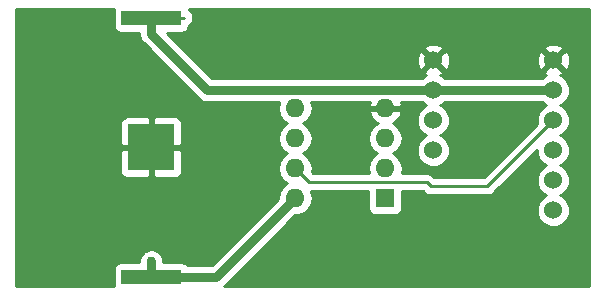
<source format=gbl>
G04 #@! TF.GenerationSoftware,KiCad,Pcbnew,(5.0.1)-4*
G04 #@! TF.CreationDate,2018-11-25T15:42:11+01:00*
G04 #@! TF.ProjectId,LoRa Environmental Sensors,4C6F526120456E7669726F6E6D656E74,01*
G04 #@! TF.SameCoordinates,Original*
G04 #@! TF.FileFunction,Copper,L2,Bot,Signal*
G04 #@! TF.FilePolarity,Positive*
%FSLAX46Y46*%
G04 Gerber Fmt 4.6, Leading zero omitted, Abs format (unit mm)*
G04 Created by KiCad (PCBNEW (5.0.1)-4) date 25.11.2018 15:42:11*
%MOMM*%
%LPD*%
G01*
G04 APERTURE LIST*
G04 #@! TA.AperFunction,SMDPad,CuDef*
%ADD10R,3.960000X3.960000*%
G04 #@! TD*
G04 #@! TA.AperFunction,SMDPad,CuDef*
%ADD11R,5.080000X1.270000*%
G04 #@! TD*
G04 #@! TA.AperFunction,ComponentPad*
%ADD12R,1.600000X1.600000*%
G04 #@! TD*
G04 #@! TA.AperFunction,ComponentPad*
%ADD13O,1.600000X1.600000*%
G04 #@! TD*
G04 #@! TA.AperFunction,ComponentPad*
%ADD14C,1.524000*%
G04 #@! TD*
G04 #@! TA.AperFunction,ViaPad*
%ADD15C,0.762000*%
G04 #@! TD*
G04 #@! TA.AperFunction,Conductor*
%ADD16C,0.254000*%
G04 #@! TD*
G04 #@! TA.AperFunction,Conductor*
%ADD17C,0.762000*%
G04 #@! TD*
G04 APERTURE END LIST*
D10*
G04 #@! TO.P,BT1,2*
G04 #@! TO.N,GND*
X140335000Y-77470000D03*
D11*
G04 #@! TO.P,BT1,1*
G04 #@! TO.N,VCC*
X140335000Y-66485000D03*
X140335000Y-88455000D03*
G04 #@! TD*
D12*
G04 #@! TO.P,U2,1*
G04 #@! TO.N,Net-(U2-Pad1)*
X160147000Y-81788000D03*
D13*
G04 #@! TO.P,U2,5*
G04 #@! TO.N,/MISO*
X152527000Y-74168000D03*
G04 #@! TO.P,U2,2*
G04 #@! TO.N,/CS*
X160147000Y-79248000D03*
G04 #@! TO.P,U2,6*
G04 #@! TO.N,/MOSI*
X152527000Y-76708000D03*
G04 #@! TO.P,U2,3*
G04 #@! TO.N,/NSS*
X160147000Y-76708000D03*
G04 #@! TO.P,U2,7*
G04 #@! TO.N,/SCK*
X152527000Y-79248000D03*
G04 #@! TO.P,U2,4*
G04 #@! TO.N,GND*
X160147000Y-74168000D03*
G04 #@! TO.P,U2,8*
G04 #@! TO.N,VCC*
X152527000Y-81788000D03*
G04 #@! TD*
D14*
G04 #@! TO.P,U1,1*
G04 #@! TO.N,GND*
X164211000Y-70104000D03*
G04 #@! TO.P,U1,2*
G04 #@! TO.N,VCC*
X164211000Y-72644000D03*
G04 #@! TO.P,U1,3*
G04 #@! TO.N,Net-(U1-Pad3)*
X164211000Y-75184000D03*
G04 #@! TO.P,U1,4*
G04 #@! TO.N,Net-(U1-Pad4)*
X164211000Y-77724000D03*
G04 #@! TO.P,U1,6*
G04 #@! TO.N,VCC*
X174371000Y-72644000D03*
G04 #@! TO.P,U1,7*
G04 #@! TO.N,/SCK*
X174371000Y-75184000D03*
G04 #@! TO.P,U1,8*
G04 #@! TO.N,/MISO*
X174371000Y-77724000D03*
G04 #@! TO.P,U1,9*
G04 #@! TO.N,/MOSI*
X174371000Y-80264000D03*
G04 #@! TO.P,U1,10*
G04 #@! TO.N,/CS*
X174371000Y-82804000D03*
G04 #@! TO.P,U1,5*
G04 #@! TO.N,GND*
X174371000Y-70104000D03*
G04 #@! TD*
D15*
G04 #@! TO.N,GND*
X134366000Y-83058000D03*
X132334000Y-72263000D03*
X149606000Y-69596000D03*
X152019000Y-85852000D03*
X148336000Y-82550000D03*
X168148000Y-78486000D03*
X168148000Y-82804000D03*
G04 #@! TO.N,VCC*
X140335000Y-87122000D03*
G04 #@! TD*
D16*
G04 #@! TO.N,VCC*
X143129000Y-66485000D02*
X140335000Y-66485000D01*
D17*
X174371000Y-72644000D02*
X164211000Y-72644000D01*
X140335000Y-67882000D02*
X140335000Y-66485000D01*
X145097000Y-72644000D02*
X140335000Y-67882000D01*
X164211000Y-72644000D02*
X145097000Y-72644000D01*
X145860000Y-88455000D02*
X152527000Y-81788000D01*
X140335000Y-88455000D02*
X145860000Y-88455000D01*
X140335000Y-87122000D02*
X140335000Y-88455000D01*
D16*
G04 #@! TO.N,/SCK*
X173609001Y-75945999D02*
X174371000Y-75184000D01*
X168782991Y-80772009D02*
X173609001Y-75945999D01*
X164000575Y-80772009D02*
X168782991Y-80772009D01*
X163657567Y-80429001D02*
X164000575Y-80772009D01*
X153708001Y-80429001D02*
X163657567Y-80429001D01*
X152527000Y-79248000D02*
X153708001Y-80429001D01*
G04 #@! TD*
G04 #@! TO.N,GND*
G36*
X177408001Y-89249000D02*
X146500446Y-89249000D01*
X146592495Y-89187495D01*
X146649180Y-89102660D01*
X152528841Y-83223000D01*
X152668333Y-83223000D01*
X153086909Y-83139740D01*
X153561577Y-82822577D01*
X153878740Y-82347909D01*
X153990113Y-81788000D01*
X153878740Y-81228091D01*
X153853957Y-81191001D01*
X158699560Y-81191001D01*
X158699560Y-82588000D01*
X158748843Y-82835765D01*
X158889191Y-83045809D01*
X159099235Y-83186157D01*
X159347000Y-83235440D01*
X160947000Y-83235440D01*
X161194765Y-83186157D01*
X161404809Y-83045809D01*
X161545157Y-82835765D01*
X161594440Y-82588000D01*
X161594440Y-81191001D01*
X163341937Y-81191001D01*
X163408691Y-81257755D01*
X163451204Y-81321380D01*
X163703258Y-81489797D01*
X163925527Y-81534009D01*
X163925528Y-81534009D01*
X164000575Y-81548937D01*
X164075622Y-81534009D01*
X168707948Y-81534009D01*
X168782991Y-81548936D01*
X168858034Y-81534009D01*
X168858039Y-81534009D01*
X169080308Y-81489797D01*
X169332362Y-81321380D01*
X169374874Y-81257756D01*
X172974000Y-77658631D01*
X172974000Y-78001881D01*
X173186680Y-78515337D01*
X173579663Y-78908320D01*
X173786513Y-78994000D01*
X173579663Y-79079680D01*
X173186680Y-79472663D01*
X172974000Y-79986119D01*
X172974000Y-80541881D01*
X173186680Y-81055337D01*
X173579663Y-81448320D01*
X173786513Y-81534000D01*
X173579663Y-81619680D01*
X173186680Y-82012663D01*
X172974000Y-82526119D01*
X172974000Y-83081881D01*
X173186680Y-83595337D01*
X173579663Y-83988320D01*
X174093119Y-84201000D01*
X174648881Y-84201000D01*
X175162337Y-83988320D01*
X175555320Y-83595337D01*
X175768000Y-83081881D01*
X175768000Y-82526119D01*
X175555320Y-82012663D01*
X175162337Y-81619680D01*
X174955487Y-81534000D01*
X175162337Y-81448320D01*
X175555320Y-81055337D01*
X175768000Y-80541881D01*
X175768000Y-79986119D01*
X175555320Y-79472663D01*
X175162337Y-79079680D01*
X174955487Y-78994000D01*
X175162337Y-78908320D01*
X175555320Y-78515337D01*
X175768000Y-78001881D01*
X175768000Y-77446119D01*
X175555320Y-76932663D01*
X175162337Y-76539680D01*
X174955487Y-76454000D01*
X175162337Y-76368320D01*
X175555320Y-75975337D01*
X175768000Y-75461881D01*
X175768000Y-74906119D01*
X175555320Y-74392663D01*
X175162337Y-73999680D01*
X174955487Y-73914000D01*
X175162337Y-73828320D01*
X175555320Y-73435337D01*
X175768000Y-72921881D01*
X175768000Y-72366119D01*
X175555320Y-71852663D01*
X175162337Y-71459680D01*
X174971353Y-71380572D01*
X175102143Y-71326397D01*
X175171608Y-71084213D01*
X174371000Y-70283605D01*
X173570392Y-71084213D01*
X173639857Y-71326397D01*
X173780393Y-71376535D01*
X173579663Y-71459680D01*
X173411343Y-71628000D01*
X165170657Y-71628000D01*
X165002337Y-71459680D01*
X164811353Y-71380572D01*
X164942143Y-71326397D01*
X165011608Y-71084213D01*
X164211000Y-70283605D01*
X163410392Y-71084213D01*
X163479857Y-71326397D01*
X163620393Y-71376535D01*
X163419663Y-71459680D01*
X163251343Y-71628000D01*
X145517841Y-71628000D01*
X143786143Y-69896302D01*
X162801856Y-69896302D01*
X162829638Y-70451368D01*
X162988603Y-70835143D01*
X163230787Y-70904608D01*
X164031395Y-70104000D01*
X164390605Y-70104000D01*
X165191213Y-70904608D01*
X165433397Y-70835143D01*
X165620144Y-70311698D01*
X165599353Y-69896302D01*
X172961856Y-69896302D01*
X172989638Y-70451368D01*
X173148603Y-70835143D01*
X173390787Y-70904608D01*
X174191395Y-70104000D01*
X174550605Y-70104000D01*
X175351213Y-70904608D01*
X175593397Y-70835143D01*
X175780144Y-70311698D01*
X175752362Y-69756632D01*
X175593397Y-69372857D01*
X175351213Y-69303392D01*
X174550605Y-70104000D01*
X174191395Y-70104000D01*
X173390787Y-69303392D01*
X173148603Y-69372857D01*
X172961856Y-69896302D01*
X165599353Y-69896302D01*
X165592362Y-69756632D01*
X165433397Y-69372857D01*
X165191213Y-69303392D01*
X164390605Y-70104000D01*
X164031395Y-70104000D01*
X163230787Y-69303392D01*
X162988603Y-69372857D01*
X162801856Y-69896302D01*
X143786143Y-69896302D01*
X143013628Y-69123787D01*
X163410392Y-69123787D01*
X164211000Y-69924395D01*
X165011608Y-69123787D01*
X173570392Y-69123787D01*
X174371000Y-69924395D01*
X175171608Y-69123787D01*
X175102143Y-68881603D01*
X174578698Y-68694856D01*
X174023632Y-68722638D01*
X173639857Y-68881603D01*
X173570392Y-69123787D01*
X165011608Y-69123787D01*
X164942143Y-68881603D01*
X164418698Y-68694856D01*
X163863632Y-68722638D01*
X163479857Y-68881603D01*
X163410392Y-69123787D01*
X143013628Y-69123787D01*
X141657280Y-67767440D01*
X142875000Y-67767440D01*
X143122765Y-67718157D01*
X143332809Y-67577809D01*
X143473157Y-67367765D01*
X143518182Y-67141406D01*
X143678371Y-67034371D01*
X143846788Y-66782317D01*
X143905928Y-66485000D01*
X143846788Y-66187683D01*
X143678371Y-65935629D01*
X143518182Y-65828594D01*
X143496383Y-65719000D01*
X177408000Y-65719000D01*
X177408001Y-89249000D01*
X177408001Y-89249000D01*
G37*
X177408001Y-89249000D02*
X146500446Y-89249000D01*
X146592495Y-89187495D01*
X146649180Y-89102660D01*
X152528841Y-83223000D01*
X152668333Y-83223000D01*
X153086909Y-83139740D01*
X153561577Y-82822577D01*
X153878740Y-82347909D01*
X153990113Y-81788000D01*
X153878740Y-81228091D01*
X153853957Y-81191001D01*
X158699560Y-81191001D01*
X158699560Y-82588000D01*
X158748843Y-82835765D01*
X158889191Y-83045809D01*
X159099235Y-83186157D01*
X159347000Y-83235440D01*
X160947000Y-83235440D01*
X161194765Y-83186157D01*
X161404809Y-83045809D01*
X161545157Y-82835765D01*
X161594440Y-82588000D01*
X161594440Y-81191001D01*
X163341937Y-81191001D01*
X163408691Y-81257755D01*
X163451204Y-81321380D01*
X163703258Y-81489797D01*
X163925527Y-81534009D01*
X163925528Y-81534009D01*
X164000575Y-81548937D01*
X164075622Y-81534009D01*
X168707948Y-81534009D01*
X168782991Y-81548936D01*
X168858034Y-81534009D01*
X168858039Y-81534009D01*
X169080308Y-81489797D01*
X169332362Y-81321380D01*
X169374874Y-81257756D01*
X172974000Y-77658631D01*
X172974000Y-78001881D01*
X173186680Y-78515337D01*
X173579663Y-78908320D01*
X173786513Y-78994000D01*
X173579663Y-79079680D01*
X173186680Y-79472663D01*
X172974000Y-79986119D01*
X172974000Y-80541881D01*
X173186680Y-81055337D01*
X173579663Y-81448320D01*
X173786513Y-81534000D01*
X173579663Y-81619680D01*
X173186680Y-82012663D01*
X172974000Y-82526119D01*
X172974000Y-83081881D01*
X173186680Y-83595337D01*
X173579663Y-83988320D01*
X174093119Y-84201000D01*
X174648881Y-84201000D01*
X175162337Y-83988320D01*
X175555320Y-83595337D01*
X175768000Y-83081881D01*
X175768000Y-82526119D01*
X175555320Y-82012663D01*
X175162337Y-81619680D01*
X174955487Y-81534000D01*
X175162337Y-81448320D01*
X175555320Y-81055337D01*
X175768000Y-80541881D01*
X175768000Y-79986119D01*
X175555320Y-79472663D01*
X175162337Y-79079680D01*
X174955487Y-78994000D01*
X175162337Y-78908320D01*
X175555320Y-78515337D01*
X175768000Y-78001881D01*
X175768000Y-77446119D01*
X175555320Y-76932663D01*
X175162337Y-76539680D01*
X174955487Y-76454000D01*
X175162337Y-76368320D01*
X175555320Y-75975337D01*
X175768000Y-75461881D01*
X175768000Y-74906119D01*
X175555320Y-74392663D01*
X175162337Y-73999680D01*
X174955487Y-73914000D01*
X175162337Y-73828320D01*
X175555320Y-73435337D01*
X175768000Y-72921881D01*
X175768000Y-72366119D01*
X175555320Y-71852663D01*
X175162337Y-71459680D01*
X174971353Y-71380572D01*
X175102143Y-71326397D01*
X175171608Y-71084213D01*
X174371000Y-70283605D01*
X173570392Y-71084213D01*
X173639857Y-71326397D01*
X173780393Y-71376535D01*
X173579663Y-71459680D01*
X173411343Y-71628000D01*
X165170657Y-71628000D01*
X165002337Y-71459680D01*
X164811353Y-71380572D01*
X164942143Y-71326397D01*
X165011608Y-71084213D01*
X164211000Y-70283605D01*
X163410392Y-71084213D01*
X163479857Y-71326397D01*
X163620393Y-71376535D01*
X163419663Y-71459680D01*
X163251343Y-71628000D01*
X145517841Y-71628000D01*
X143786143Y-69896302D01*
X162801856Y-69896302D01*
X162829638Y-70451368D01*
X162988603Y-70835143D01*
X163230787Y-70904608D01*
X164031395Y-70104000D01*
X164390605Y-70104000D01*
X165191213Y-70904608D01*
X165433397Y-70835143D01*
X165620144Y-70311698D01*
X165599353Y-69896302D01*
X172961856Y-69896302D01*
X172989638Y-70451368D01*
X173148603Y-70835143D01*
X173390787Y-70904608D01*
X174191395Y-70104000D01*
X174550605Y-70104000D01*
X175351213Y-70904608D01*
X175593397Y-70835143D01*
X175780144Y-70311698D01*
X175752362Y-69756632D01*
X175593397Y-69372857D01*
X175351213Y-69303392D01*
X174550605Y-70104000D01*
X174191395Y-70104000D01*
X173390787Y-69303392D01*
X173148603Y-69372857D01*
X172961856Y-69896302D01*
X165599353Y-69896302D01*
X165592362Y-69756632D01*
X165433397Y-69372857D01*
X165191213Y-69303392D01*
X164390605Y-70104000D01*
X164031395Y-70104000D01*
X163230787Y-69303392D01*
X162988603Y-69372857D01*
X162801856Y-69896302D01*
X143786143Y-69896302D01*
X143013628Y-69123787D01*
X163410392Y-69123787D01*
X164211000Y-69924395D01*
X165011608Y-69123787D01*
X173570392Y-69123787D01*
X174371000Y-69924395D01*
X175171608Y-69123787D01*
X175102143Y-68881603D01*
X174578698Y-68694856D01*
X174023632Y-68722638D01*
X173639857Y-68881603D01*
X173570392Y-69123787D01*
X165011608Y-69123787D01*
X164942143Y-68881603D01*
X164418698Y-68694856D01*
X163863632Y-68722638D01*
X163479857Y-68881603D01*
X163410392Y-69123787D01*
X143013628Y-69123787D01*
X141657280Y-67767440D01*
X142875000Y-67767440D01*
X143122765Y-67718157D01*
X143332809Y-67577809D01*
X143473157Y-67367765D01*
X143518182Y-67141406D01*
X143678371Y-67034371D01*
X143846788Y-66782317D01*
X143905928Y-66485000D01*
X143846788Y-66187683D01*
X143678371Y-65935629D01*
X143518182Y-65828594D01*
X143496383Y-65719000D01*
X177408000Y-65719000D01*
X177408001Y-89249000D01*
G36*
X137147560Y-65850000D02*
X137147560Y-67120000D01*
X137196843Y-67367765D01*
X137337191Y-67577809D01*
X137547235Y-67718157D01*
X137795000Y-67767440D01*
X139319000Y-67767440D01*
X139319000Y-67781936D01*
X139299096Y-67882000D01*
X139319000Y-67982063D01*
X139319000Y-67982064D01*
X139377949Y-68278422D01*
X139602505Y-68614495D01*
X139687340Y-68671180D01*
X144307822Y-73291663D01*
X144364505Y-73376495D01*
X144700577Y-73601051D01*
X144996935Y-73660000D01*
X144996936Y-73660000D01*
X145097000Y-73679904D01*
X145197063Y-73660000D01*
X151164935Y-73660000D01*
X151063887Y-74168000D01*
X151175260Y-74727909D01*
X151492423Y-75202577D01*
X151844758Y-75438000D01*
X151492423Y-75673423D01*
X151175260Y-76148091D01*
X151063887Y-76708000D01*
X151175260Y-77267909D01*
X151492423Y-77742577D01*
X151844758Y-77978000D01*
X151492423Y-78213423D01*
X151175260Y-78688091D01*
X151063887Y-79248000D01*
X151175260Y-79807909D01*
X151492423Y-80282577D01*
X151844758Y-80518000D01*
X151492423Y-80753423D01*
X151175260Y-81228091D01*
X151063887Y-81788000D01*
X151068246Y-81809913D01*
X145439160Y-87439000D01*
X143384132Y-87439000D01*
X143332809Y-87362191D01*
X143122765Y-87221843D01*
X142875000Y-87172560D01*
X141351000Y-87172560D01*
X141351000Y-86919905D01*
X141311955Y-86825641D01*
X141292051Y-86725577D01*
X141235370Y-86640748D01*
X141196324Y-86546482D01*
X141124176Y-86474334D01*
X141067495Y-86389505D01*
X140982667Y-86332825D01*
X140910518Y-86260676D01*
X140816250Y-86221629D01*
X140731422Y-86164949D01*
X140631359Y-86145045D01*
X140537095Y-86106000D01*
X140435064Y-86106000D01*
X140335000Y-86086096D01*
X140234935Y-86106000D01*
X140132905Y-86106000D01*
X140038641Y-86145045D01*
X139938577Y-86164949D01*
X139853748Y-86221630D01*
X139759482Y-86260676D01*
X139687334Y-86332824D01*
X139602505Y-86389505D01*
X139545825Y-86474333D01*
X139473676Y-86546482D01*
X139434629Y-86640750D01*
X139377949Y-86725578D01*
X139358045Y-86825640D01*
X139319000Y-86919905D01*
X139319000Y-87172560D01*
X137795000Y-87172560D01*
X137547235Y-87221843D01*
X137337191Y-87362191D01*
X137196843Y-87572235D01*
X137147560Y-87820000D01*
X137147560Y-89090000D01*
X137179187Y-89249000D01*
X128878000Y-89249000D01*
X128878000Y-77755750D01*
X137720000Y-77755750D01*
X137720000Y-79576309D01*
X137816673Y-79809698D01*
X137995301Y-79988327D01*
X138228690Y-80085000D01*
X140049250Y-80085000D01*
X140208000Y-79926250D01*
X140208000Y-77597000D01*
X140462000Y-77597000D01*
X140462000Y-79926250D01*
X140620750Y-80085000D01*
X142441310Y-80085000D01*
X142674699Y-79988327D01*
X142853327Y-79809698D01*
X142950000Y-79576309D01*
X142950000Y-77755750D01*
X142791250Y-77597000D01*
X140462000Y-77597000D01*
X140208000Y-77597000D01*
X137878750Y-77597000D01*
X137720000Y-77755750D01*
X128878000Y-77755750D01*
X128878000Y-75363691D01*
X137720000Y-75363691D01*
X137720000Y-77184250D01*
X137878750Y-77343000D01*
X140208000Y-77343000D01*
X140208000Y-75013750D01*
X140462000Y-75013750D01*
X140462000Y-77343000D01*
X142791250Y-77343000D01*
X142950000Y-77184250D01*
X142950000Y-75363691D01*
X142853327Y-75130302D01*
X142674699Y-74951673D01*
X142441310Y-74855000D01*
X140620750Y-74855000D01*
X140462000Y-75013750D01*
X140208000Y-75013750D01*
X140049250Y-74855000D01*
X138228690Y-74855000D01*
X137995301Y-74951673D01*
X137816673Y-75130302D01*
X137720000Y-75363691D01*
X128878000Y-75363691D01*
X128878000Y-65719000D01*
X137173617Y-65719000D01*
X137147560Y-65850000D01*
X137147560Y-65850000D01*
G37*
X137147560Y-65850000D02*
X137147560Y-67120000D01*
X137196843Y-67367765D01*
X137337191Y-67577809D01*
X137547235Y-67718157D01*
X137795000Y-67767440D01*
X139319000Y-67767440D01*
X139319000Y-67781936D01*
X139299096Y-67882000D01*
X139319000Y-67982063D01*
X139319000Y-67982064D01*
X139377949Y-68278422D01*
X139602505Y-68614495D01*
X139687340Y-68671180D01*
X144307822Y-73291663D01*
X144364505Y-73376495D01*
X144700577Y-73601051D01*
X144996935Y-73660000D01*
X144996936Y-73660000D01*
X145097000Y-73679904D01*
X145197063Y-73660000D01*
X151164935Y-73660000D01*
X151063887Y-74168000D01*
X151175260Y-74727909D01*
X151492423Y-75202577D01*
X151844758Y-75438000D01*
X151492423Y-75673423D01*
X151175260Y-76148091D01*
X151063887Y-76708000D01*
X151175260Y-77267909D01*
X151492423Y-77742577D01*
X151844758Y-77978000D01*
X151492423Y-78213423D01*
X151175260Y-78688091D01*
X151063887Y-79248000D01*
X151175260Y-79807909D01*
X151492423Y-80282577D01*
X151844758Y-80518000D01*
X151492423Y-80753423D01*
X151175260Y-81228091D01*
X151063887Y-81788000D01*
X151068246Y-81809913D01*
X145439160Y-87439000D01*
X143384132Y-87439000D01*
X143332809Y-87362191D01*
X143122765Y-87221843D01*
X142875000Y-87172560D01*
X141351000Y-87172560D01*
X141351000Y-86919905D01*
X141311955Y-86825641D01*
X141292051Y-86725577D01*
X141235370Y-86640748D01*
X141196324Y-86546482D01*
X141124176Y-86474334D01*
X141067495Y-86389505D01*
X140982667Y-86332825D01*
X140910518Y-86260676D01*
X140816250Y-86221629D01*
X140731422Y-86164949D01*
X140631359Y-86145045D01*
X140537095Y-86106000D01*
X140435064Y-86106000D01*
X140335000Y-86086096D01*
X140234935Y-86106000D01*
X140132905Y-86106000D01*
X140038641Y-86145045D01*
X139938577Y-86164949D01*
X139853748Y-86221630D01*
X139759482Y-86260676D01*
X139687334Y-86332824D01*
X139602505Y-86389505D01*
X139545825Y-86474333D01*
X139473676Y-86546482D01*
X139434629Y-86640750D01*
X139377949Y-86725578D01*
X139358045Y-86825640D01*
X139319000Y-86919905D01*
X139319000Y-87172560D01*
X137795000Y-87172560D01*
X137547235Y-87221843D01*
X137337191Y-87362191D01*
X137196843Y-87572235D01*
X137147560Y-87820000D01*
X137147560Y-89090000D01*
X137179187Y-89249000D01*
X128878000Y-89249000D01*
X128878000Y-77755750D01*
X137720000Y-77755750D01*
X137720000Y-79576309D01*
X137816673Y-79809698D01*
X137995301Y-79988327D01*
X138228690Y-80085000D01*
X140049250Y-80085000D01*
X140208000Y-79926250D01*
X140208000Y-77597000D01*
X140462000Y-77597000D01*
X140462000Y-79926250D01*
X140620750Y-80085000D01*
X142441310Y-80085000D01*
X142674699Y-79988327D01*
X142853327Y-79809698D01*
X142950000Y-79576309D01*
X142950000Y-77755750D01*
X142791250Y-77597000D01*
X140462000Y-77597000D01*
X140208000Y-77597000D01*
X137878750Y-77597000D01*
X137720000Y-77755750D01*
X128878000Y-77755750D01*
X128878000Y-75363691D01*
X137720000Y-75363691D01*
X137720000Y-77184250D01*
X137878750Y-77343000D01*
X140208000Y-77343000D01*
X140208000Y-75013750D01*
X140462000Y-75013750D01*
X140462000Y-77343000D01*
X142791250Y-77343000D01*
X142950000Y-77184250D01*
X142950000Y-75363691D01*
X142853327Y-75130302D01*
X142674699Y-74951673D01*
X142441310Y-74855000D01*
X140620750Y-74855000D01*
X140462000Y-75013750D01*
X140208000Y-75013750D01*
X140049250Y-74855000D01*
X138228690Y-74855000D01*
X137995301Y-74951673D01*
X137816673Y-75130302D01*
X137720000Y-75363691D01*
X128878000Y-75363691D01*
X128878000Y-65719000D01*
X137173617Y-65719000D01*
X137147560Y-65850000D01*
G36*
X158755096Y-73818961D02*
X158877085Y-74041000D01*
X160020000Y-74041000D01*
X160020000Y-74021000D01*
X160274000Y-74021000D01*
X160274000Y-74041000D01*
X161416915Y-74041000D01*
X161538904Y-73818961D01*
X161473065Y-73660000D01*
X163251343Y-73660000D01*
X163419663Y-73828320D01*
X163626513Y-73914000D01*
X163419663Y-73999680D01*
X163026680Y-74392663D01*
X162814000Y-74906119D01*
X162814000Y-75461881D01*
X163026680Y-75975337D01*
X163419663Y-76368320D01*
X163626513Y-76454000D01*
X163419663Y-76539680D01*
X163026680Y-76932663D01*
X162814000Y-77446119D01*
X162814000Y-78001881D01*
X163026680Y-78515337D01*
X163419663Y-78908320D01*
X163933119Y-79121000D01*
X164488881Y-79121000D01*
X165002337Y-78908320D01*
X165395320Y-78515337D01*
X165608000Y-78001881D01*
X165608000Y-77446119D01*
X165395320Y-76932663D01*
X165002337Y-76539680D01*
X164795487Y-76454000D01*
X165002337Y-76368320D01*
X165395320Y-75975337D01*
X165608000Y-75461881D01*
X165608000Y-74906119D01*
X165395320Y-74392663D01*
X165002337Y-73999680D01*
X164795487Y-73914000D01*
X165002337Y-73828320D01*
X165170657Y-73660000D01*
X173411343Y-73660000D01*
X173579663Y-73828320D01*
X173786513Y-73914000D01*
X173579663Y-73999680D01*
X173186680Y-74392663D01*
X172974000Y-74906119D01*
X172974000Y-75461881D01*
X172986152Y-75491217D01*
X168467361Y-80010009D01*
X164316205Y-80010009D01*
X164249451Y-79943255D01*
X164206938Y-79879630D01*
X163954884Y-79711213D01*
X163732615Y-79667001D01*
X163732610Y-79667001D01*
X163657567Y-79652074D01*
X163582524Y-79667001D01*
X161526768Y-79667001D01*
X161610113Y-79248000D01*
X161498740Y-78688091D01*
X161181577Y-78213423D01*
X160829242Y-77978000D01*
X161181577Y-77742577D01*
X161498740Y-77267909D01*
X161610113Y-76708000D01*
X161498740Y-76148091D01*
X161181577Y-75673423D01*
X160797892Y-75417053D01*
X161002134Y-75320389D01*
X161378041Y-74905423D01*
X161538904Y-74517039D01*
X161416915Y-74295000D01*
X160274000Y-74295000D01*
X160274000Y-74315000D01*
X160020000Y-74315000D01*
X160020000Y-74295000D01*
X158877085Y-74295000D01*
X158755096Y-74517039D01*
X158915959Y-74905423D01*
X159291866Y-75320389D01*
X159496108Y-75417053D01*
X159112423Y-75673423D01*
X158795260Y-76148091D01*
X158683887Y-76708000D01*
X158795260Y-77267909D01*
X159112423Y-77742577D01*
X159464758Y-77978000D01*
X159112423Y-78213423D01*
X158795260Y-78688091D01*
X158683887Y-79248000D01*
X158767232Y-79667001D01*
X154023632Y-79667001D01*
X153926157Y-79569527D01*
X153990113Y-79248000D01*
X153878740Y-78688091D01*
X153561577Y-78213423D01*
X153209242Y-77978000D01*
X153561577Y-77742577D01*
X153878740Y-77267909D01*
X153990113Y-76708000D01*
X153878740Y-76148091D01*
X153561577Y-75673423D01*
X153209242Y-75438000D01*
X153561577Y-75202577D01*
X153878740Y-74727909D01*
X153990113Y-74168000D01*
X153889065Y-73660000D01*
X158820935Y-73660000D01*
X158755096Y-73818961D01*
X158755096Y-73818961D01*
G37*
X158755096Y-73818961D02*
X158877085Y-74041000D01*
X160020000Y-74041000D01*
X160020000Y-74021000D01*
X160274000Y-74021000D01*
X160274000Y-74041000D01*
X161416915Y-74041000D01*
X161538904Y-73818961D01*
X161473065Y-73660000D01*
X163251343Y-73660000D01*
X163419663Y-73828320D01*
X163626513Y-73914000D01*
X163419663Y-73999680D01*
X163026680Y-74392663D01*
X162814000Y-74906119D01*
X162814000Y-75461881D01*
X163026680Y-75975337D01*
X163419663Y-76368320D01*
X163626513Y-76454000D01*
X163419663Y-76539680D01*
X163026680Y-76932663D01*
X162814000Y-77446119D01*
X162814000Y-78001881D01*
X163026680Y-78515337D01*
X163419663Y-78908320D01*
X163933119Y-79121000D01*
X164488881Y-79121000D01*
X165002337Y-78908320D01*
X165395320Y-78515337D01*
X165608000Y-78001881D01*
X165608000Y-77446119D01*
X165395320Y-76932663D01*
X165002337Y-76539680D01*
X164795487Y-76454000D01*
X165002337Y-76368320D01*
X165395320Y-75975337D01*
X165608000Y-75461881D01*
X165608000Y-74906119D01*
X165395320Y-74392663D01*
X165002337Y-73999680D01*
X164795487Y-73914000D01*
X165002337Y-73828320D01*
X165170657Y-73660000D01*
X173411343Y-73660000D01*
X173579663Y-73828320D01*
X173786513Y-73914000D01*
X173579663Y-73999680D01*
X173186680Y-74392663D01*
X172974000Y-74906119D01*
X172974000Y-75461881D01*
X172986152Y-75491217D01*
X168467361Y-80010009D01*
X164316205Y-80010009D01*
X164249451Y-79943255D01*
X164206938Y-79879630D01*
X163954884Y-79711213D01*
X163732615Y-79667001D01*
X163732610Y-79667001D01*
X163657567Y-79652074D01*
X163582524Y-79667001D01*
X161526768Y-79667001D01*
X161610113Y-79248000D01*
X161498740Y-78688091D01*
X161181577Y-78213423D01*
X160829242Y-77978000D01*
X161181577Y-77742577D01*
X161498740Y-77267909D01*
X161610113Y-76708000D01*
X161498740Y-76148091D01*
X161181577Y-75673423D01*
X160797892Y-75417053D01*
X161002134Y-75320389D01*
X161378041Y-74905423D01*
X161538904Y-74517039D01*
X161416915Y-74295000D01*
X160274000Y-74295000D01*
X160274000Y-74315000D01*
X160020000Y-74315000D01*
X160020000Y-74295000D01*
X158877085Y-74295000D01*
X158755096Y-74517039D01*
X158915959Y-74905423D01*
X159291866Y-75320389D01*
X159496108Y-75417053D01*
X159112423Y-75673423D01*
X158795260Y-76148091D01*
X158683887Y-76708000D01*
X158795260Y-77267909D01*
X159112423Y-77742577D01*
X159464758Y-77978000D01*
X159112423Y-78213423D01*
X158795260Y-78688091D01*
X158683887Y-79248000D01*
X158767232Y-79667001D01*
X154023632Y-79667001D01*
X153926157Y-79569527D01*
X153990113Y-79248000D01*
X153878740Y-78688091D01*
X153561577Y-78213423D01*
X153209242Y-77978000D01*
X153561577Y-77742577D01*
X153878740Y-77267909D01*
X153990113Y-76708000D01*
X153878740Y-76148091D01*
X153561577Y-75673423D01*
X153209242Y-75438000D01*
X153561577Y-75202577D01*
X153878740Y-74727909D01*
X153990113Y-74168000D01*
X153889065Y-73660000D01*
X158820935Y-73660000D01*
X158755096Y-73818961D01*
G04 #@! TD*
M02*

</source>
